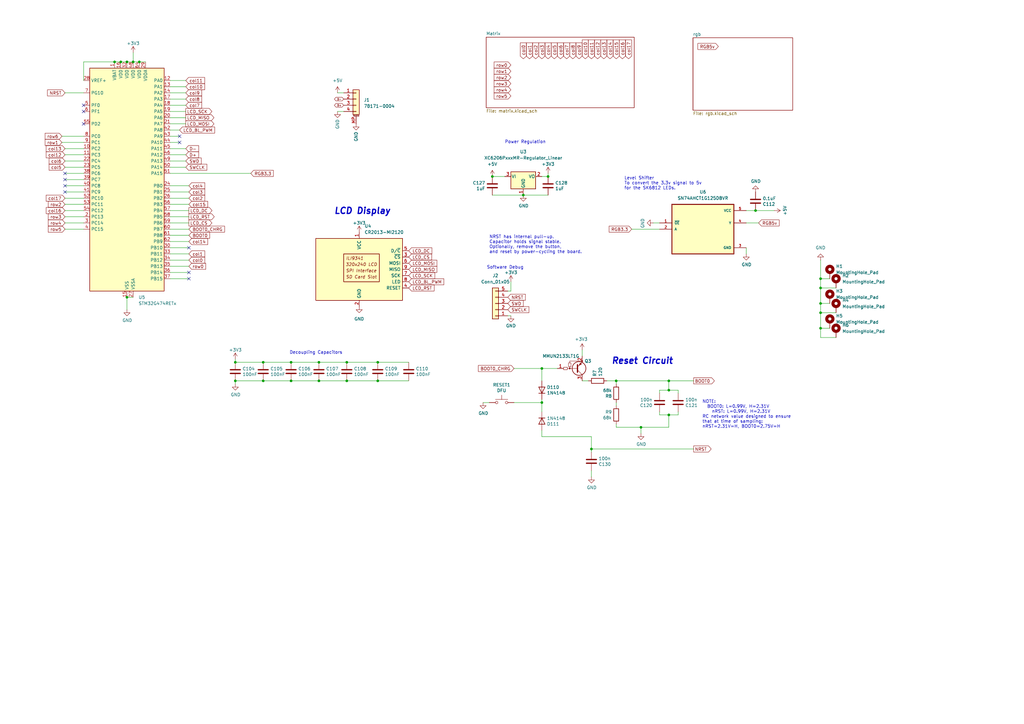
<source format=kicad_sch>
(kicad_sch (version 20250114) (generator "eeschema") (generator_version "9.0")
  (paper "A3")
  (lib_symbols
    (symbol "+5V_1" (power) (pin_names (offset 0))
      (property "Value" "+5V_1" (at 0 3.556 0))
      (symbol "+5V_1_0_1"
        (polyline (pts (xy -0.762 1.27) (xy 0 2.54)))
        (polyline (pts (xy 0 2.54) (xy 0.762 1.27)))
        (polyline (pts (xy 0 0) (xy 0 2.54)))
      )
      (symbol "+5V_1_1_1"
        (pin power_in line (at 0 0 90) (length 0) (hide yes) (name "+5V") (number "1"))
      )
    )
    (symbol "Connector_Generic:Conn_01x05" (pin_names (offset 1.016) (hide yes))
      (property "Reference" "J" (at 0 7.62 0))
      (property "Value" "Conn_01x05" (at 0 -7.62 0))
      (symbol "Conn_01x05_1_1"
        (rectangle (start -1.27 6.35) (end 1.27 -6.35) (stroke (width 0.254)) (fill (type background)))
        (rectangle (start -1.27 5.207) (end 0 4.953) (stroke (width 0.1524)))
        (rectangle (start -1.27 2.667) (end 0 2.413) (stroke (width 0.1524)))
        (rectangle (start -1.27 0.127) (end 0 -0.127) (stroke (width 0.1524)))
        (rectangle (start -1.27 -2.413) (end 0 -2.667) (stroke (width 0.1524)))
        (rectangle (start -1.27 -4.953) (end 0 -5.207) (stroke (width 0.1524)))
        (pin passive line (at -5.08 5.08 0) (length 3.81) (name "Pin_1") (number "1"))
        (pin passive line (at -5.08 2.54 0) (length 3.81) (name "Pin_2") (number "2"))
        (pin passive line (at -5.08 0 0) (length 3.81) (name "Pin_3") (number "3"))
        (pin passive line (at -5.08 -2.54 0) (length 3.81) (name "Pin_4") (number "4"))
        (pin passive line (at -5.08 -5.08 0) (length 3.81) (name "Pin_5") (number "5"))
      )
    )
    (symbol "Connector_Generic_MountingPin:Conn_01x04_MountingPin" (pin_names (offset 1.016) (hide yes))
      (property "Reference" "J" (at 0 5.08 0))
      (property "Value" "Conn_01x04_MountingPin" (at 1.27 -7.62 0))
      (symbol "Conn_01x04_MountingPin_1_1"
        (rectangle (start -1.27 3.81) (end 1.27 -6.35) (stroke (width 0.254)) (fill (type background)))
        (rectangle (start -1.27 2.667) (end 0 2.413) (stroke (width 0.1524)))
        (rectangle (start -1.27 0.127) (end 0 -0.127) (stroke (width 0.1524)))
        (rectangle (start -1.27 -2.413) (end 0 -2.667) (stroke (width 0.1524)))
        (rectangle (start -1.27 -4.953) (end 0 -5.207) (stroke (width 0.1524)))
        (polyline (pts (xy -1.016 -7.112) (xy 1.016 -7.112)) (stroke (width 0.1524)))
        (text "Mounting" (at 0 -6.731 0) (effects (font (size 0.381 0.381))))
        (pin passive line (at -5.08 2.54 0) (length 3.81) (name "Pin_1") (number "1"))
        (pin passive line (at -5.08 0 0) (length 3.81) (name "Pin_2") (number "2"))
        (pin passive line (at -5.08 -2.54 0) (length 3.81) (name "Pin_3") (number "3"))
        (pin passive line (at -5.08 -5.08 0) (length 3.81) (name "Pin_4") (number "4"))
        (pin passive line (at 0 -10.16 90) (length 3.048) (name "MountPin") (number "MP"))
      )
    )
    (symbol "Device:C" (pin_numbers (hide yes)) (pin_names (offset 0.254))
      (property "Reference" "C" (at 0.635 2.54 0))
      (property "Value" "C" (at 0.635 -2.54 0))
      (symbol "C_0_1"
        (polyline (pts (xy -2.032 0.762) (xy 2.032 0.762)) (stroke (width 0.508)))
        (polyline (pts (xy -2.032 -0.762) (xy 2.032 -0.762)) (stroke (width 0.508)))
      )
      (symbol "C_1_1"
        (pin passive line (at 0 3.81 270) (length 2.794) (name "~") (number "1"))
        (pin passive line (at 0 -3.81 90) (length 2.794) (name "~") (number "2"))
      )
    )
    (symbol "Device:D" (pin_numbers (hide yes)) (pin_names (offset 1.016) (hide yes))
      (property "Reference" "D" (at 0 2.54 0))
      (property "Value" "D" (at 0 -2.54 0))
      (symbol "D_0_1"
        (polyline (pts (xy -1.27 1.27) (xy -1.27 -1.27)) (stroke (width 0.254)))
        (polyline (pts (xy 1.27 1.27) (xy 1.27 -1.27) (xy -1.27 0) (xy 1.27 1.27)) (stroke (width 0.254)))
        (polyline (pts (xy 1.27 0) (xy -1.27 0)))
      )
      (symbol "D_1_1"
        (pin passive line (at -3.81 0 0) (length 2.54) (name "K") (number "1"))
        (pin passive line (at 3.81 0 180) (length 2.54) (name "A") (number "2"))
      )
    )
    (symbol "Device:Q_PNP_BEC_BRT" (pin_names (hide yes))
      (property "Reference" "Q" (at 3.81 1.27 0))
      (property "Value" "Q_PNP_BEC_BRT" (at 3.81 -1.27 0))
      (symbol "Q_PNP_BEC_BRT_0_1"
        (rectangle (start -6.35 0.508) (end -4.826 -0.508))
        (rectangle (start -4.318 -2.286) (end -3.302 -0.762))
        (circle (center -3.81 0) (radius 0.254) (fill (type outline)))
        (polyline (pts (xy -3.81 -0.762) (xy -3.81 0)))
        (polyline (pts (xy -3.81 -2.286) (xy -3.81 -3.048) (xy 1.27 -3.048)))
        (polyline (pts (xy -0.762 0) (xy -4.826 0)))
        (polyline (pts (xy -0.635 1.524) (xy -0.635 -1.524)) (stroke (width 0.508)))
        (polyline (pts (xy 1.016 -1.778) (xy 0.508 -2.286) (xy 0 -1.27) (xy 1.016 -1.778) (xy 1.016 -1.778)) (fill (type outline)))
        (circle (center 1.27 -3.048) (radius 0.254) (fill (type outline)))
      )
      (symbol "Q_PNP_BEC_BRT_1_1"
        (polyline (pts (xy -0.635 0.635) (xy 1.27 2.54)))
        (polyline (pts (xy -0.635 -0.635) (xy 1.27 -2.54) (xy 1.27 -2.54)))
        (circle (center 0 0) (radius 2.8194) (stroke (width 0.254)))
        (pin input line (at -8.89 0 0) (length 2.54) (name "B") (number "1"))
        (pin passive line (at 1.27 5.08 270) (length 2.54) (name "C") (number "3"))
        (pin passive line (at 1.27 -5.08 90) (length 2.54) (name "E") (number "2"))
      )
    )
    (symbol "Device:R" (pin_numbers (hide yes)) (pin_names (offset 0))
      (property "Reference" "R" (at 2.032 0 90))
      (property "Value" "R" (at 0 0 90))
      (symbol "R_0_1"
        (rectangle (start -1.016 -2.54) (end 1.016 2.54) (stroke (width 0.254)))
      )
      (symbol "R_1_1"
        (pin passive line (at 0 3.81 270) (length 1.27) (name "~") (number "1"))
        (pin passive line (at 0 -3.81 90) (length 1.27) (name "~") (number "2"))
      )
    )
    (symbol "Djinn-rescue:+3V3-power" (power) (pin_names (offset 0))
      (property "Value" "power_+3V3" (at 0 3.556 0))
      (symbol "+3V3-power_0_1"
        (polyline (pts (xy -0.762 1.27) (xy 0 2.54)))
        (polyline (pts (xy 0 2.54) (xy 0.762 1.27)))
        (polyline (pts (xy 0 0) (xy 0 2.54)))
      )
      (symbol "+3V3-power_1_1"
        (pin power_in line (at 0 0 90) (length 0) (hide yes) (name "+3V3") (number "1"))
      )
    )
    (symbol "Djinn-rescue:GND-power" (power) (pin_names (offset 0))
      (property "Value" "power_GND" (at 0 -3.81 0))
      (symbol "GND-power_0_1"
        (polyline (pts (xy 0 0) (xy 0 -1.27) (xy 1.27 -1.27) (xy 0 -2.54) (xy -1.27 -1.27) (xy 0 -1.27)))
      )
      (symbol "GND-power_1_1"
        (pin power_in line (at 0 0 270) (length 0) (hide yes) (name "GND") (number "1"))
      )
    )
    (symbol "Driver_Display:CR2013-MI2120" (pin_names (offset 0.762))
      (property "Reference" "U4" (at 2.1941 17.78 0))
      (property "Value" "CR2013-MI2120" (at 2.1941 15.24 0))
      (symbol "CR2013-MI2120_0_0"
        (text "ILI9341" (at -5.461 4.572 0) (effects (font (size 1.27 1.27) (italic yes)) (justify left)))
        (text "SPI Interface" (at -5.461 -0.508 0) (effects (font (size 1.27 1.27) (italic yes)) (justify left)))
        (text "SD Card Slot" (at -5.461 -3.048 0) (effects (font (size 1.27 1.27) (italic yes)) (justify left)))
        (text "320x240 LCD" (at 0.889 2.032 0) (effects (font (size 1.27 1.27) (italic yes))))
      )
      (symbol "CR2013-MI2120_0_1"
        (rectangle (start -17.78 12.7) (end 17.78 -12.7) (stroke (width 0.254)) (fill (type background)))
        (rectangle (start -6.35 6.35) (end 8.255 -5.08) (stroke (width 0.254)))
      )
      (symbol "CR2013-MI2120_1_1"
        (pin power_in line (at 0 15.24 270) (length 2.54) (name "VCC") (number "1"))
        (pin power_in line (at 0 -15.24 90) (length 2.54) (name "GND") (number "2"))
        (pin input line (at 20.32 7.62 180) (length 2.54) (name "D/~{C}") (number "5"))
        (pin input line (at 20.32 5.08 180) (length 2.54) (name "~{CS}") (number "3"))
        (pin input line (at 20.32 2.54 180) (length 2.54) (name "MOSI") (number "6"))
        (pin output line (at 20.32 0 180) (length 2.54) (name "MISO") (number "9"))
        (pin input line (at 20.32 -2.54 180) (length 2.54) (name "SCK") (number "7"))
        (pin input line (at 20.32 -5.08 180) (length 2.54) (name "LED") (number "8"))
        (pin input line (at 20.32 -7.62 180) (length 2.54) (name "RESET") (number "4"))
      )
    )
    (symbol "GND_1" (power) (pin_numbers (hide yes)) (pin_names (offset 0) (hide yes))
      (property "Value" "GND" (at 0 -3.81 0))
      (symbol "GND_1_0_1"
        (polyline (pts (xy 0 0) (xy 0 -1.27) (xy 1.27 -1.27) (xy 0 -2.54) (xy -1.27 -1.27) (xy 0 -1.27)))
      )
      (symbol "GND_1_1_1"
        (pin power_in line (at 0 0 270) (length 0) (name "~") (number "1"))
      )
    )
    (symbol "MCU_ST_STM32G4:STM32G474RETx"
      (property "Reference" "U" (at -15.24 46.99 0))
      (property "Value" "STM32G474RETx" (at 10.16 46.99 0))
      (symbol "STM32G474RETx_0_1"
        (rectangle (start -15.24 -45.72) (end 15.24 45.72) (stroke (width 0.254)) (fill (type background)))
      )
      (symbol "STM32G474RETx_1_1"
        (pin input line (at -17.78 40.64 0) (length 2.54) (name "VREF+") (number "28"))
        (pin bidirectional line (at -17.78 35.56 0) (length 2.54) (name "PG10") (number "7"))
        (pin bidirectional line (at -17.78 30.48 0) (length 2.54) (name "PF0") (number "5"))
        (pin bidirectional line (at -17.78 27.94 0) (length 2.54) (name "PF1") (number "6"))
        (pin bidirectional line (at -17.78 22.86 0) (length 2.54) (name "PD2") (number "55"))
        (pin bidirectional line (at -17.78 17.78 0) (length 2.54) (name "PC0") (number "8"))
        (pin bidirectional line (at -17.78 15.24 0) (length 2.54) (name "PC1") (number "9"))
        (pin bidirectional line (at -17.78 12.7 0) (length 2.54) (name "PC2") (number "10"))
        (pin bidirectional line (at -17.78 10.16 0) (length 2.54) (name "PC3") (number "11"))
        (pin bidirectional line (at -17.78 7.62 0) (length 2.54) (name "PC4") (number "22"))
        (pin bidirectional line (at -17.78 5.08 0) (length 2.54) (name "PC5") (number "23"))
        (pin bidirectional line (at -17.78 2.54 0) (length 2.54) (name "PC6") (number "38"))
        (pin bidirectional line (at -17.78 0 0) (length 2.54) (name "PC7") (number "39"))
        (pin bidirectional line (at -17.78 -2.54 0) (length 2.54) (name "PC8") (number "40"))
        (pin bidirectional line (at -17.78 -5.08 0) (length 2.54) (name "PC9") (number "41"))
        (pin bidirectional line (at -17.78 -7.62 0) (length 2.54) (name "PC10") (number "52"))
        (pin bidirectional line (at -17.78 -10.16 0) (length 2.54) (name "PC11") (number "53"))
        (pin bidirectional line (at -17.78 -12.7 0) (length 2.54) (name "PC12") (number "54"))
        (pin bidirectional line (at -17.78 -15.24 0) (length 2.54) (name "PC13") (number "2"))
        (pin bidirectional line (at -17.78 -17.78 0) (length 2.54) (name "PC14") (number "3"))
        (pin bidirectional line (at -17.78 -20.32 0) (length 2.54) (name "PC15") (number "4"))
        (pin power_in line (at -5.08 48.26 270) (length 2.54) (name "VBAT") (number "1"))
        (pin power_in line (at -2.54 48.26 270) (length 2.54) (name "VDD") (number "16"))
        (pin power_in line (at 0 48.26 270) (length 2.54) (name "VDD") (number "32"))
        (pin power_in line (at 0 -48.26 90) (length 2.54) (name "VSS") (number "15"))
        (pin passive line (at 0 -48.26 90) (length 2.54) (hide yes) (name "VSS") (number "31"))
        (pin passive line (at 0 -48.26 90) (length 2.54) (hide yes) (name "VSS") (number "47"))
        (pin passive line (at 0 -48.26 90) (length 2.54) (hide yes) (name "VSS") (number "63"))
        (pin power_in line (at 2.54 48.26 270) (length 2.54) (name "VDD") (number "48"))
        (pin power_in line (at 2.54 -48.26 90) (length 2.54) (name "VSSA") (number "27"))
        (pin power_in line (at 5.08 48.26 270) (length 2.54) (name "VDD") (number "64"))
        (pin power_in line (at 7.62 48.26 270) (length 2.54) (name "VDDA") (number "29"))
        (pin bidirectional line (at 17.78 40.64 180) (length 2.54) (name "PA0") (number "12"))
        (pin bidirectional line (at 17.78 38.1 180) (length 2.54) (name "PA1") (number "13"))
        (pin bidirectional line (at 17.78 35.56 180) (length 2.54) (name "PA2") (number "14"))
        (pin bidirectional line (at 17.78 33.02 180) (length 2.54) (name "PA3") (number "17"))
        (pin bidirectional line (at 17.78 30.48 180) (length 2.54) (name "PA4") (number "18"))
        (pin bidirectional line (at 17.78 27.94 180) (length 2.54) (name "PA5") (number "19"))
        (pin bidirectional line (at 17.78 25.4 180) (length 2.54) (name "PA6") (number "20"))
        (pin bidirectional line (at 17.78 22.86 180) (length 2.54) (name "PA7") (number "21"))
        (pin bidirectional line (at 17.78 20.32 180) (length 2.54) (name "PA8") (number "42"))
        (pin bidirectional line (at 17.78 17.78 180) (length 2.54) (name "PA9") (number "43"))
        (pin bidirectional line (at 17.78 15.24 180) (length 2.54) (name "PA10") (number "44"))
        (pin bidirectional line (at 17.78 12.7 180) (length 2.54) (name "PA11") (number "45"))
        (pin bidirectional line (at 17.78 10.16 180) (length 2.54) (name "PA12") (number "46"))
        (pin bidirectional line (at 17.78 7.62 180) (length 2.54) (name "PA13") (number "49"))
        (pin bidirectional line (at 17.78 5.08 180) (length 2.54) (name "PA14") (number "50"))
        (pin bidirectional line (at 17.78 2.54 180) (length 2.54) (name "PA15") (number "51"))
        (pin bidirectional line (at 17.78 -2.54 180) (length 2.54) (name "PB0") (number "24"))
        (pin bidirectional line (at 17.78 -5.08 180) (length 2.54) (name "PB1") (number "25"))
        (pin bidirectional line (at 17.78 -7.62 180) (length 2.54) (name "PB2") (number "26"))
        (pin bidirectional line (at 17.78 -10.16 180) (length 2.54) (name "PB3") (number "56"))
        (pin bidirectional line (at 17.78 -12.7 180) (length 2.54) (name "PB4") (number "57"))
        (pin bidirectional line (at 17.78 -15.24 180) (length 2.54) (name "PB5") (number "58"))
        (pin bidirectional line (at 17.78 -17.78 180) (length 2.54) (name "PB6") (number "59"))
        (pin bidirectional line (at 17.78 -20.32 180) (length 2.54) (name "PB7") (number "60"))
        (pin bidirectional line (at 17.78 -22.86 180) (length 2.54) (name "PB8") (number "61"))
        (pin bidirectional line (at 17.78 -25.4 180) (length 2.54) (name "PB9") (number "62"))
        (pin bidirectional line (at 17.78 -27.94 180) (length 2.54) (name "PB10") (number "30"))
        (pin bidirectional line (at 17.78 -30.48 180) (length 2.54) (name "PB11") (number "33"))
        (pin bidirectional line (at 17.78 -33.02 180) (length 2.54) (name "PB12") (number "34"))
        (pin bidirectional line (at 17.78 -35.56 180) (length 2.54) (name "PB13") (number "35"))
        (pin bidirectional line (at 17.78 -38.1 180) (length 2.54) (name "PB14") (number "36"))
        (pin bidirectional line (at 17.78 -40.64 180) (length 2.54) (name "PB15") (number "37"))
      )
    )
    (symbol "Mechanical:MountingHole_Pad" (pin_numbers (hide yes)) (pin_names (offset 1.016) (hide yes)) (exclude_from_sim yes) (in_bom no)
      (property "Reference" "H" (at 0 6.35 0))
      (property "Value" "MountingHole_Pad" (at 0 4.445 0))
      (symbol "MountingHole_Pad_0_1"
        (circle (center 0 1.27) (radius 1.27) (stroke (width 1.27)))
      )
      (symbol "MountingHole_Pad_1_1"
        (pin input line (at 0 -2.54 90) (length 2.54) (name "1") (number "1"))
      )
    )
    (symbol "SN74AHCT1G125DBVR:SN74AHCT1G125DBVR" (pin_names (offset 1.016))
      (property "Reference" "U" (at -12.7 11.16 0))
      (property "Value" "SN74AHCT1G125DBVR" (at -12.7 -14.16 0))
      (symbol "SN74AHCT1G125DBVR_0_0"
        (rectangle (start -12.7 -10.16) (end 12.7 10.16) (stroke (width 0.41)) (fill (type background)))
        (pin input line (at -17.78 2.54 0) (length 5.08) (name "~{OE}") (number "1"))
        (pin input line (at -17.78 0 0) (length 5.08) (name "A") (number "2"))
        (pin power_in line (at 17.78 7.62 180) (length 5.08) (name "VCC") (number "5"))
        (pin output line (at 17.78 2.54 180) (length 5.08) (name "Y") (number "4"))
        (pin power_in line (at 17.78 -7.62 180) (length 5.08) (name "GND") (number "3"))
      )
    )
    (symbol "Switch:SW_Push" (pin_numbers (hide yes)) (pin_names (offset 1.016) (hide yes))
      (property "Reference" "SW" (at 1.27 2.54 0))
      (property "Value" "SW_Push" (at 0 -1.524 0))
      (symbol "SW_Push_0_1"
        (circle (center -2.032 0) (radius 0.508))
        (polyline (pts (xy 0 1.27) (xy 0 3.048)))
        (circle (center 2.032 0) (radius 0.508))
        (polyline (pts (xy 2.54 1.27) (xy -2.54 1.27)))
        (pin passive line (at -5.08 0 0) (length 2.54) (name "1") (number "1"))
        (pin passive line (at 5.08 0 180) (length 2.54) (name "2") (number "2"))
      )
    )
    (symbol "kicad-keyboard-parts:XC6206PxxxMR-Regulator_Linear" (pin_names (offset 0.254))
      (property "Reference" "U" (at -3.81 3.175 0))
      (property "Value" "XC6206PxxxMR-Regulator_Linear" (at 0 3.175 0))
      (property "LCSC" "C5446" (at 0 0 0))
      (symbol "XC6206PxxxMR-Regulator_Linear_0_1"
        (rectangle (start -5.08 1.905) (end 5.08 -5.08) (stroke (width 0.254)) (fill (type background)))
      )
      (symbol "XC6206PxxxMR-Regulator_Linear_1_1"
        (pin power_in line (at -7.62 0 0) (length 2.54) (name "VI") (number "3"))
        (pin power_in line (at 0 -7.62 90) (length 2.54) (name "GND") (number "1"))
        (pin power_out line (at 7.62 0 180) (length 2.54) (name "VO") (number "2"))
      )
    )
    (symbol "power:+3V3" (power) (pin_names (offset 0))
      (property "Value" "+3V3" (at 0 3.556 0))
      (symbol "+3V3_0_1"
        (polyline (pts (xy -0.762 1.27) (xy 0 2.54)))
        (polyline (pts (xy 0 2.54) (xy 0.762 1.27)))
        (polyline (pts (xy 0 0) (xy 0 2.54)))
      )
      (symbol "+3V3_1_1"
        (pin power_in line (at 0 0 90) (length 0) (hide yes) (name "+3V3") (number "1"))
      )
    )
    (symbol "power:+5V" (power) (pin_names (offset 0))
      (property "Value" "+5V" (at 0 3.556 0))
      (symbol "+5V_0_1"
        (polyline (pts (xy -0.762 1.27) (xy 0 2.54)))
        (polyline (pts (xy 0 2.54) (xy 0.762 1.27)))
        (polyline (pts (xy 0 0) (xy 0 2.54)))
      )
      (symbol "+5V_1_1"
        (pin power_in line (at 0 0 90) (length 0) (hide yes) (name "+5V") (number "1"))
      )
    )
    (symbol "power:GND" (power) (pin_names (offset 0))
      (property "Value" "GND" (at 0 -3.81 0))
      (symbol "GND_0_1"
        (polyline (pts (xy 0 0) (xy 0 -1.27) (xy 1.27 -1.27) (xy 0 -2.54) (xy -1.27 -1.27) (xy 0 -1.27)))
      )
      (symbol "GND_1_1"
        (pin power_in line (at 0 0 270) (length 0) (hide yes) (name "GND") (number "1"))
      )
    )
  )
  (text "Decoupling Capacitors" (at 118.745 145.415 0) (effects (font (size 1.27 1.27)) (justify left bottom)))
  (text "NOTE:\n  BOOT0: L=0.99V, H=2.31V\n    nRST: L=0.99V, H=2.31V\nRC network value designed to ensure\nthat at time of sampling:\nnRST=2.31V=H, BOOT0=2.75V=H" (at 288.036 175.768 0) (effects (font (size 1.27 1.27)) (justify left bottom)))
  (text "Power Regulation" (at 207.01 59.055 0) (effects (font (size 1.27 1.27)) (justify left bottom)))
  (text "Reset Circuit" (at 250.698 149.606 0) (effects (font (size 2.54 2.54) (thickness 0.508) (bold yes) (italic yes)) (justify left bottom)))
  (text "Software Debug" (at 199.644 110.49 0) (effects (font (size 1.27 1.27)) (justify left bottom)))
  (text "NRST has internal pull-up.\nCapacitor holds signal stable.\nOptionally, remove the button,\nand reset by power-cycling the board." (at 200.66 104.14 0) (effects (font (size 1.27 1.27)) (justify left bottom)))
  (text "Level Shifter\nTo convert the 3.3v signal to 5v\nfor the SK6812 LEDs." (at 256.032 77.978 0) (effects (font (size 1.27 1.27)) (justify left bottom)))
  (text "LCD Display" (at 136.906 88.138 0) (effects (font (size 2.54 2.54) (thickness 0.508) (bold yes) (italic yes)) (justify left bottom)))
  (junction (at 262.89 175.26))
  (junction (at 96.52 148.59))
  (junction (at 57.15 25.4))
  (junction (at 336.55 128.27))
  (junction (at 336.55 118.11))
  (junction (at 242.57 184.15))
  (junction (at 336.55 114.3))
  (junction (at 130.81 148.59))
  (junction (at 154.94 148.59))
  (junction (at 107.95 148.59))
  (junction (at 222.25 151.13))
  (junction (at 274.32 170.18))
  (junction (at 154.94 156.21))
  (junction (at 54.61 25.4))
  (junction (at 52.07 121.92))
  (junction (at 107.95 156.21))
  (junction (at 336.55 134.62))
  (junction (at 142.24 156.21))
  (junction (at 222.25 165.1))
  (junction (at 142.24 148.59))
  (junction (at 119.38 148.59))
  (junction (at 274.32 160.02))
  (junction (at 214.63 80.01) (diameter 0.9144))
  (junction (at 119.38 156.21))
  (junction (at 49.53 25.4))
  (junction (at 46.99 25.4))
  (junction (at 130.81 156.21))
  (junction (at 309.88 86.36))
  (junction (at 96.52 156.21))
  (junction (at 336.55 124.46))
  (junction (at 224.79 72.39))
  (junction (at 252.73 156.21))
  (junction (at 274.32 156.21))
  (junction (at 201.93 72.39))
  (junction (at 52.07 25.4))
  (no_connect (at 73.66 55.88))
  (no_connect (at 34.29 43.18))
  (no_connect (at 77.47 111.76))
  (no_connect (at 26.67 73.66))
  (no_connect (at 26.67 78.74))
  (no_connect (at 26.67 71.12))
  (no_connect (at 77.47 101.6))
  (no_connect (at 26.67 76.2))
  (no_connect (at 77.47 114.3))
  (no_connect (at 34.29 50.8))
  (no_connect (at 34.29 45.72))
  (no_connect (at 73.66 58.42))
  (wire (pts (xy 270.51 161.29) (xy 270.51 160.02)))
  (wire (pts (xy 222.25 163.83) (xy 222.25 165.1)))
  (wire (pts (xy 69.85 38.1) (xy 76.2 38.1)))
  (wire (pts (xy 52.07 121.92) (xy 54.61 121.92)))
  (wire (pts (xy 96.52 147.32) (xy 96.52 148.59)))
  (wire (pts (xy 119.38 148.59) (xy 107.95 148.59)))
  (wire (pts (xy 336.55 134.62) (xy 340.36 134.62)))
  (wire (pts (xy 262.89 175.26) (xy 274.32 175.26)))
  (wire (pts (xy 336.55 124.46) (xy 336.55 118.11)))
  (wire (pts (xy 52.07 127) (xy 52.07 121.92)))
  (wire (pts (xy 222.25 179.07) (xy 242.57 179.07)))
  (wire (pts (xy 336.55 138.43) (xy 342.9 138.43)))
  (wire (pts (xy 69.85 106.68) (xy 77.47 106.68)))
  (wire (pts (xy 107.95 148.59) (xy 96.52 148.59)))
  (wire (pts (xy 119.38 156.21) (xy 130.81 156.21)))
  (wire (pts (xy 138.43 38.1) (xy 140.97 38.1)))
  (wire (pts (xy 209.55 115.57) (xy 209.55 119.38)))
  (wire (pts (xy 26.67 63.5) (xy 34.29 63.5)))
  (wire (pts (xy 270.51 170.18) (xy 270.51 168.91)))
  (wire (pts (xy 96.52 157.48) (xy 96.52 156.21)))
  (wire (pts (xy 26.67 91.44) (xy 34.29 91.44)))
  (wire (pts (xy 26.67 93.98) (xy 34.29 93.98)))
  (wire (pts (xy 69.85 71.12) (xy 102.87 71.12)))
  (wire (pts (xy 259.08 93.98) (xy 270.51 93.98)))
  (wire (pts (xy 270.51 170.18) (xy 274.32 170.18)))
  (wire (pts (xy 252.73 175.26) (xy 262.89 175.26)))
  (wire (pts (xy 26.67 83.82) (xy 34.29 83.82)))
  (wire (pts (xy 69.85 53.34) (xy 73.66 53.34)))
  (wire (pts (xy 69.85 60.96) (xy 76.2 60.96)))
  (wire (pts (xy 154.94 148.59) (xy 167.64 148.59)))
  (wire (pts (xy 242.57 184.15) (xy 284.48 184.15)))
  (wire (pts (xy 49.53 25.4) (xy 52.07 25.4)))
  (wire (pts (xy 69.85 48.26) (xy 76.2 48.26)))
  (wire (pts (xy 214.63 80.01) (xy 224.79 80.01)))
  (wire (pts (xy 69.85 109.22) (xy 77.47 109.22)))
  (wire (pts (xy 262.89 177.8) (xy 262.89 175.26)))
  (wire (pts (xy 210.82 151.13) (xy 222.25 151.13)))
  (wire (pts (xy 224.79 71.12) (xy 224.79 72.39)))
  (wire (pts (xy 69.85 63.5) (xy 76.2 63.5)))
  (wire (pts (xy 25.4 55.88) (xy 34.29 55.88)))
  (wire (pts (xy 69.85 83.82) (xy 77.47 83.82)))
  (wire (pts (xy 274.32 160.02) (xy 278.13 160.02)))
  (wire (pts (xy 34.29 33.02) (xy 34.29 25.4)))
  (wire (pts (xy 130.81 148.59) (xy 142.24 148.59)))
  (wire (pts (xy 69.85 76.2) (xy 77.47 76.2)))
  (wire (pts (xy 69.85 35.56) (xy 76.2 35.56)))
  (wire (pts (xy 209.55 119.38) (xy 208.28 119.38)))
  (wire (pts (xy 222.25 165.1) (xy 222.25 168.91)))
  (wire (pts (xy 69.85 78.74) (xy 77.47 78.74)))
  (wire (pts (xy 278.13 170.18) (xy 278.13 168.91)))
  (wire (pts (xy 241.3 156.21) (xy 238.76 156.21)))
  (wire (pts (xy 274.32 160.02) (xy 274.32 156.21)))
  (wire (pts (xy 336.55 124.46) (xy 340.36 124.46)))
  (wire (pts (xy 274.32 156.21) (xy 284.48 156.21)))
  (wire (pts (xy 252.73 165.1) (xy 252.73 166.37)))
  (wire (pts (xy 317.5 86.36) (xy 309.88 86.36)))
  (wire (pts (xy 26.67 76.2) (xy 34.29 76.2)))
  (wire (pts (xy 26.67 68.58) (xy 34.29 68.58)))
  (wire (pts (xy 54.61 21.59) (xy 54.61 25.4)))
  (wire (pts (xy 222.25 176.53) (xy 222.25 179.07)))
  (wire (pts (xy 69.85 43.18) (xy 76.2 43.18)))
  (wire (pts (xy 248.92 156.21) (xy 252.73 156.21)))
  (wire (pts (xy 201.93 72.39) (xy 207.01 72.39)))
  (wire (pts (xy 69.85 68.58) (xy 76.2 68.58)))
  (wire (pts (xy 222.25 72.39) (xy 224.79 72.39)))
  (wire (pts (xy 119.38 156.21) (xy 107.95 156.21)))
  (wire (pts (xy 69.85 88.9) (xy 77.47 88.9)))
  (wire (pts (xy 336.55 118.11) (xy 336.55 114.3)))
  (wire (pts (xy 25.4 58.42) (xy 34.29 58.42)))
  (wire (pts (xy 26.67 86.36) (xy 34.29 86.36)))
  (wire (pts (xy 270.51 160.02) (xy 274.32 160.02)))
  (wire (pts (xy 26.67 38.1) (xy 34.29 38.1)))
  (wire (pts (xy 69.85 114.3) (xy 77.47 114.3)))
  (wire (pts (xy 26.67 81.28) (xy 34.29 81.28)))
  (wire (pts (xy 138.43 45.72) (xy 140.97 45.72)))
  (wire (pts (xy 107.95 156.21) (xy 96.52 156.21)))
  (wire (pts (xy 306.07 91.44) (xy 311.15 91.44)))
  (wire (pts (xy 52.07 25.4) (xy 54.61 25.4)))
  (wire (pts (xy 26.67 66.04) (xy 34.29 66.04)))
  (wire (pts (xy 57.15 25.4) (xy 59.69 25.4)))
  (wire (pts (xy 208.28 129.54) (xy 209.55 129.54)))
  (wire (pts (xy 336.55 114.3) (xy 340.36 114.3)))
  (wire (pts (xy 26.67 71.12) (xy 34.29 71.12)))
  (wire (pts (xy 242.57 179.07) (xy 242.57 184.15)))
  (wire (pts (xy 222.25 156.21) (xy 222.25 151.13)))
  (wire (pts (xy 278.13 160.02) (xy 278.13 161.29)))
  (wire (pts (xy 252.73 173.99) (xy 252.73 175.26)))
  (wire (pts (xy 119.38 148.59) (xy 130.81 148.59)))
  (wire (pts (xy 336.55 138.43) (xy 336.55 134.62)))
  (wire (pts (xy 142.24 156.21) (xy 154.94 156.21)))
  (wire (pts (xy 336.55 128.27) (xy 342.9 128.27)))
  (wire (pts (xy 306.07 104.14) (xy 306.07 101.6)))
  (wire (pts (xy 242.57 184.15) (xy 242.57 185.42)))
  (wire (pts (xy 26.67 60.96) (xy 34.29 60.96)))
  (wire (pts (xy 214.63 80.01) (xy 201.93 80.01)))
  (wire (pts (xy 309.88 86.36) (xy 306.07 86.36)))
  (wire (pts (xy 142.24 148.59) (xy 154.94 148.59)))
  (wire (pts (xy 73.66 58.42) (xy 69.85 58.42)))
  (wire (pts (xy 336.55 128.27) (xy 336.55 124.46)))
  (wire (pts (xy 69.85 111.76) (xy 77.47 111.76)))
  (wire (pts (xy 336.55 106.68) (xy 336.55 114.3)))
  (wire (pts (xy 46.99 25.4) (xy 49.53 25.4)))
  (wire (pts (xy 336.55 134.62) (xy 336.55 128.27)))
  (wire (pts (xy 336.55 118.11) (xy 342.9 118.11)))
  (wire (pts (xy 238.76 143.51) (xy 238.76 146.05)))
  (wire (pts (xy 69.85 104.14) (xy 77.47 104.14)))
  (wire (pts (xy 274.32 170.18) (xy 278.13 170.18)))
  (wire (pts (xy 73.66 55.88) (xy 69.85 55.88)))
  (wire (pts (xy 26.67 73.66) (xy 34.29 73.66)))
  (wire (pts (xy 69.85 81.28) (xy 77.47 81.28)))
  (wire (pts (xy 69.85 50.8) (xy 76.2 50.8)))
  (wire (pts (xy 210.82 165.1) (xy 222.25 165.1)))
  (wire (pts (xy 267.97 91.44) (xy 270.51 91.44)))
  (wire (pts (xy 69.85 45.72) (xy 76.2 45.72)))
  (wire (pts (xy 26.67 88.9) (xy 34.29 88.9)))
  (wire (pts (xy 69.85 91.44) (xy 77.47 91.44)))
  (wire (pts (xy 69.85 40.64) (xy 76.2 40.64)))
  (wire (pts (xy 69.85 93.98) (xy 77.47 93.98)))
  (wire (pts (xy 252.73 156.21) (xy 274.32 156.21)))
  (wire (pts (xy 69.85 96.52) (xy 77.47 96.52)))
  (wire (pts (xy 69.85 86.36) (xy 77.47 86.36)))
  (wire (pts (xy 130.81 156.21) (xy 142.24 156.21)))
  (wire (pts (xy 34.29 25.4) (xy 46.99 25.4)))
  (wire (pts (xy 252.73 157.48) (xy 252.73 156.21)))
  (wire (pts (xy 242.57 193.04) (xy 242.57 195.58)))
  (wire (pts (xy 200.66 165.1) (xy 198.12 165.1)))
  (wire (pts (xy 69.85 33.02) (xy 76.2 33.02)))
  (wire (pts (xy 54.61 25.4) (xy 57.15 25.4)))
  (wire (pts (xy 154.94 156.21) (xy 167.64 156.21)))
  (wire (pts (xy 26.67 78.74) (xy 34.29 78.74)))
  (wire (pts (xy 69.85 99.06) (xy 77.47 99.06)))
  (wire (pts (xy 274.32 170.18) (xy 274.32 175.26)))
  (wire (pts (xy 69.85 66.04) (xy 76.2 66.04)))
  (wire (pts (xy 69.85 101.6) (xy 77.47 101.6)))
  (wire (pts (xy 222.25 151.13) (xy 228.6 151.13)))
  (global_label "col8" (shape input) (at 76.2 40.64 0) (property "Intersheetrefs" "${INTERSHEET_REFS}" (effects (hide yes))))
  (global_label "BOOT0" (shape output) (at 284.48 156.21 0) (property "Intersheetrefs" "${INTERSHEET_REFS}" (effects (hide yes))))
  (global_label "LCD_MISO" (shape input) (at 167.64 110.49 0) (property "Intersheetrefs" "${INTERSHEET_REFS}" (effects (hide yes))))
  (global_label "RGB3.3" (shape input) (at 102.87 71.12 0) (property "Intersheetrefs" "${INTERSHEET_REFS}" (effects (hide yes))))
  (global_label "SWCLK" (shape input) (at 76.2 68.58 0) (property "Intersheetrefs" "${INTERSHEET_REFS}" (effects (hide yes))))
  (global_label "LCD_RST" (shape output) (at 77.47 88.9 0) (property "Intersheetrefs" "${INTERSHEET_REFS}" (effects (hide yes))))
  (global_label "row1" (shape input) (at 209.55 29.21 180) (property "Intersheetrefs" "${INTERSHEET_REFS}" (effects (hide yes))))
  (global_label "LCD_BL_PWM" (shape input) (at 167.64 115.57 0) (property "Intersheetrefs" "${INTERSHEET_REFS}" (effects (hide yes))))
  (global_label "col0" (shape input) (at 77.47 106.68 0) (property "Intersheetrefs" "${INTERSHEET_REFS}" (effects (hide yes))))
  (global_label "BOOT0_CHRG" (shape input) (at 77.47 93.98 0) (property "Intersheetrefs" "${INTERSHEET_REFS}" (effects (hide yes))))
  (global_label "row2" (shape input) (at 209.55 31.75 180) (property "Intersheetrefs" "${INTERSHEET_REFS}" (effects (hide yes))))
  (global_label "col6" (shape input) (at 26.67 66.04 180) (property "Intersheetrefs" "${INTERSHEET_REFS}" (effects (hide yes))))
  (global_label "col10" (shape input) (at 240.03 24.13 90) (property "Intersheetrefs" "${INTERSHEET_REFS}" (effects (hide yes))))
  (global_label "col15" (shape input) (at 252.73 24.13 90) (property "Intersheetrefs" "${INTERSHEET_REFS}" (effects (hide yes))))
  (global_label "SWCLK" (shape input) (at 208.28 127 0) (property "Intersheetrefs" "${INTERSHEET_REFS}" (effects (hide yes))))
  (global_label "col15" (shape input) (at 77.47 83.82 0) (property "Intersheetrefs" "${INTERSHEET_REFS}" (effects (hide yes))))
  (global_label "col4" (shape input) (at 77.47 76.2 0) (property "Intersheetrefs" "${INTERSHEET_REFS}" (effects (hide yes))))
  (global_label "row3" (shape input) (at 26.67 88.9 180) (property "Intersheetrefs" "${INTERSHEET_REFS}" (effects (hide yes))))
  (global_label "LCD_MOSI" (shape output) (at 76.2 50.8 0) (property "Intersheetrefs" "${INTERSHEET_REFS}" (effects (hide yes))))
  (global_label "col2" (shape input) (at 77.47 81.28 0) (property "Intersheetrefs" "${INTERSHEET_REFS}" (effects (hide yes))))
  (global_label "D-" (shape bidirectional) (at 140.97 40.64 180) (effects (font (size 0.762 0.762))) (property "Intersheetrefs" "${INTERSHEET_REFS}" (effects (hide yes))))
  (global_label "LCD_CS" (shape input) (at 167.64 105.41 0) (property "Intersheetrefs" "${INTERSHEET_REFS}" (effects (hide yes))))
  (global_label "col11" (shape input) (at 76.2 33.02 0) (property "Intersheetrefs" "${INTERSHEET_REFS}" (effects (hide yes))))
  (global_label "col6" (shape input) (at 229.87 24.13 90) (property "Intersheetrefs" "${INTERSHEET_REFS}" (effects (hide yes))))
  (global_label "row0" (shape input) (at 77.47 109.22 0) (property "Intersheetrefs" "${INTERSHEET_REFS}" (effects (hide yes))))
  (global_label "col16" (shape input) (at 26.67 86.36 180) (property "Intersheetrefs" "${INTERSHEET_REFS}" (effects (hide yes))))
  (global_label "col12" (shape input) (at 245.11 24.13 90) (property "Intersheetrefs" "${INTERSHEET_REFS}" (effects (hide yes))))
  (global_label "LCD_BL_PWM" (shape input) (at 73.66 53.34 0) (property "Intersheetrefs" "${INTERSHEET_REFS}" (effects (hide yes))))
  (global_label "row1" (shape input) (at 25.4 58.42 180) (property "Intersheetrefs" "${INTERSHEET_REFS}" (effects (hide yes))))
  (global_label "col11" (shape input) (at 242.57 24.13 90) (property "Intersheetrefs" "${INTERSHEET_REFS}" (effects (hide yes))))
  (global_label "D-" (shape input) (at 76.2 60.96 0) (property "Intersheetrefs" "${INTERSHEET_REFS}" (effects (hide yes))))
  (global_label "RGB5v" (shape input) (at 311.15 91.44 0) (property "Intersheetrefs" "${INTERSHEET_REFS}" (effects (hide yes))))
  (global_label "col7" (shape input) (at 232.41 24.13 90) (property "Intersheetrefs" "${INTERSHEET_REFS}" (effects (hide yes))))
  (global_label "BOOT0_CHRG" (shape input) (at 210.82 151.13 180) (property "Intersheetrefs" "${INTERSHEET_REFS}" (effects (hide yes))))
  (global_label "col13" (shape input) (at 247.65 24.13 90) (property "Intersheetrefs" "${INTERSHEET_REFS}" (effects (hide yes))))
  (global_label "col17" (shape input) (at 257.81 24.13 90) (property "Intersheetrefs" "${INTERSHEET_REFS}" (effects (hide yes))))
  (global_label "col9" (shape input) (at 237.49 24.13 90) (property "Intersheetrefs" "${INTERSHEET_REFS}" (effects (hide yes))))
  (global_label "LCD_DC" (shape output) (at 77.47 86.36 0) (property "Intersheetrefs" "${INTERSHEET_REFS}" (effects (hide yes))))
  (global_label "col5" (shape input) (at 227.33 24.13 90) (property "Intersheetrefs" "${INTERSHEET_REFS}" (effects (hide yes))))
  (global_label "row4" (shape input) (at 209.55 36.83 180) (property "Intersheetrefs" "${INTERSHEET_REFS}" (effects (hide yes))))
  (global_label "col1" (shape input) (at 77.47 104.14 0) (property "Intersheetrefs" "${INTERSHEET_REFS}" (effects (hide yes))))
  (global_label "row5" (shape input) (at 26.67 93.98 180) (property "Intersheetrefs" "${INTERSHEET_REFS}" (effects (hide yes))))
  (global_label "SWD" (shape input) (at 208.28 124.46 0) (property "Intersheetrefs" "${INTERSHEET_REFS}" (effects (hide yes))))
  (global_label "RGB5v" (shape input) (at 294.64 19.05 180) (property "Intersheetrefs" "${INTERSHEET_REFS}" (effects (hide yes))))
  (global_label "NRST" (shape output) (at 284.48 184.15 0) (property "Intersheetrefs" "${INTERSHEET_REFS}" (effects (hide yes))))
  (global_label "RGB3.3" (shape input) (at 259.08 93.98 180) (property "Intersheetrefs" "${INTERSHEET_REFS}" (effects (hide yes))))
  (global_label "col5" (shape input) (at 26.67 68.58 180) (property "Intersheetrefs" "${INTERSHEET_REFS}" (effects (hide yes))))
  (global_label "col14" (shape input) (at 250.19 24.13 90) (property "Intersheetrefs" "${INTERSHEET_REFS}" (effects (hide yes))))
  (global_label "NRST" (shape input) (at 208.28 121.92 0) (property "Intersheetrefs" "${INTERSHEET_REFS}" (effects (hide yes))))
  (global_label "col8" (shape input) (at 234.95 24.13 90) (property "Intersheetrefs" "${INTERSHEET_REFS}" (effects (hide yes))))
  (global_label "col13" (shape input) (at 26.67 60.96 180) (property "Intersheetrefs" "${INTERSHEET_REFS}" (effects (hide yes))))
  (global_label "col2" (shape input) (at 219.71 24.13 90) (property "Intersheetrefs" "${INTERSHEET_REFS}" (effects (hide yes))))
  (global_label "row5" (shape input) (at 209.55 39.37 180) (property "Intersheetrefs" "${INTERSHEET_REFS}" (effects (hide yes))))
  (global_label "row3" (shape input) (at 209.55 34.29 180) (property "Intersheetrefs" "${INTERSHEET_REFS}" (effects (hide yes))))
  (global_label "NRST" (shape input) (at 26.67 38.1 180) (property "Intersheetrefs" "${INTERSHEET_REFS}" (effects (hide yes))))
  (global_label "D+" (shape bidirectional) (at 140.97 43.18 180) (effects (font (size 0.762 0.762))) (property "Intersheetrefs" "${INTERSHEET_REFS}" (effects (hide yes))))
  (global_label "LCD_MOSI" (shape input) (at 167.64 107.95 0) (property "Intersheetrefs" "${INTERSHEET_REFS}" (effects (hide yes))))
  (global_label "LCD_DC" (shape input) (at 167.64 102.87 0) (property "Intersheetrefs" "${INTERSHEET_REFS}" (effects (hide yes))))
  (global_label "col14" (shape input) (at 77.47 99.06 0) (property "Intersheetrefs" "${INTERSHEET_REFS}" (effects (hide yes))))
  (global_label "col3" (shape input) (at 222.25 24.13 90) (property "Intersheetrefs" "${INTERSHEET_REFS}" (effects (hide yes))))
  (global_label "col17" (shape input) (at 26.67 81.28 180) (property "Intersheetrefs" "${INTERSHEET_REFS}" (effects (hide yes))))
  (global_label "col12" (shape input) (at 26.67 63.5 180) (property "Intersheetrefs" "${INTERSHEET_REFS}" (effects (hide yes))))
  (global_label "row2" (shape input) (at 26.67 83.82 180) (property "Intersheetrefs" "${INTERSHEET_REFS}" (effects (hide yes))))
  (global_label "LCD_CS" (shape output) (at 77.47 91.44 0) (property "Intersheetrefs" "${INTERSHEET_REFS}" (effects (hide yes))))
  (global_label "col1" (shape input) (at 217.17 24.13 90) (property "Intersheetrefs" "${INTERSHEET_REFS}" (effects (hide yes))))
  (global_label "D+" (shape input) (at 76.2 63.5 0) (property "Intersheetrefs" "${INTERSHEET_REFS}" (effects (hide yes))))
  (global_label "col4" (shape input) (at 224.79 24.13 90) (property "Intersheetrefs" "${INTERSHEET_REFS}" (effects (hide yes))))
  (global_label "col9" (shape input) (at 76.2 38.1 0) (property "Intersheetrefs" "${INTERSHEET_REFS}" (effects (hide yes))))
  (global_label "LCD_SCK" (shape output) (at 76.2 45.72 0) (property "Intersheetrefs" "${INTERSHEET_REFS}" (effects (hide yes))))
  (global_label "col0" (shape input) (at 214.63 24.13 90) (property "Intersheetrefs" "${INTERSHEET_REFS}" (effects (hide yes))))
  (global_label "LCD_MISO" (shape output) (at 76.2 48.26 0) (property "Intersheetrefs" "${INTERSHEET_REFS}" (effects (hide yes))))
  (global_label "BOOT0" (shape input) (at 77.47 96.52 0) (property "Intersheetrefs" "${INTERSHEET_REFS}" (effects (hide yes))))
  (global_label "row4" (shape input) (at 26.67 91.44 180) (property "Intersheetrefs" "${INTERSHEET_REFS}" (effects (hide yes))))
  (global_label "LCD_SCK" (shape input) (at 167.64 113.03 0) (property "Intersheetrefs" "${INTERSHEET_REFS}" (effects (hide yes))))
  (global_label "col16" (shape input) (at 255.27 24.13 90) (property "Intersheetrefs" "${INTERSHEET_REFS}" (effects (hide yes))))
  (global_label "col3" (shape input) (at 77.47 78.74 0) (property "Intersheetrefs" "${INTERSHEET_REFS}" (effects (hide yes))))
  (global_label "col7" (shape input) (at 76.2 43.18 0) (property "Intersheetrefs" "${INTERSHEET_REFS}" (effects (hide yes))))
  (global_label "col10" (shape input) (at 76.2 35.56 0) (property "Intersheetrefs" "${INTERSHEET_REFS}" (effects (hide yes))))
  (global_label "row6" (shape input) (at 25.4 55.88 180) (property "Intersheetrefs" "${INTERSHEET_REFS}" (effects (hide yes))))
  (global_label "row0" (shape input) (at 209.55 26.67 180) (property "Intersheetrefs" "${INTERSHEET_REFS}" (effects (hide yes))))
  (global_label "LCD_RST" (shape input) (at 167.64 118.11 0) (property "Intersheetrefs" "${INTERSHEET_REFS}" (effects (hide yes))))
  (global_label "SWD" (shape input) (at 76.2 66.04 0) (property "Intersheetrefs" "${INTERSHEET_REFS}" (effects (hide yes))))
  (symbol (lib_id "power:GND") (at 214.63 80.01 0) (unit 1)
    (property "Reference" "#PWR015" (effects (hide yes)))
    (property "Value" "GND" (at 214.757 84.4042 0))
  )
  (symbol (lib_id "power:+5V") (at 201.93 72.39 0) (unit 1)
    (property "Reference" "#PWR013" (effects (hide yes)))
    (property "Value" "+5V" (at 201.93 67.31 0))
  )
  (symbol (lib_id "Device:C") (at 224.79 76.2 0) (unit 1)
    (property "Reference" "C128" (at 227.711 75.0316 0) (effects (justify left)))
    (property "Value" "1uF" (at 227.711 77.343 0) (effects (justify left)))
    (property "Footprint" "Capacitor_SMD:C_0402_1005Metric" (effects (hide yes)))
    (property "LCSC" "C307331" (effects (hide yes)))
  )
  (symbol (lib_id "power:GND") (at 306.07 104.14 0) (unit 1)
    (property "Reference" "#PWR0144" (effects (hide yes)))
    (property "Value" "GND" (at 306.197 108.5342 0))
  )
  (symbol (lib_id "power:+5V") (at 138.43 38.1 0) (unit 1)
    (property "Reference" "#PWR09" (effects (hide yes)))
    (property "Value" "+5V" (at 138.43 33.02 0))
  )
  (symbol (lib_id "Driver_Display:CR2013-MI2120") (at 147.32 110.49 0) (unit 1)
    (property "Reference" "U4" (at 149.5141 92.71 0) (effects (justify left)))
    (property "Value" "CR2013-MI2120" (at 149.5141 95.25 0) (effects (justify left)))
    (property "Footprint" "Display:CR2013-MI2120" (effects (hide yes)))
    (property "Datasheet" "http://pan.baidu.com/s/11Y990" (effects (hide yes)))
    (property "Description" "ILI9341 controller, SPI TFT LCD Display, 9-pin breakout PCB, 4-pin SD card interface, 5V/3.3V" (effects (hide yes)))
  )
  (symbol (lib_id "Device:D") (at 222.25 172.72 90) (mirror x) (unit 1)
    (property "Reference" "D111" (at 224.282 173.8884 90) (effects (justify right)))
    (property "Value" "1N4148" (at 224.282 171.577 90) (effects (justify right)))
    (property "Footprint" "Diode_SMD:D_SOD-123" (effects (hide yes)))
  )
  (symbol (lib_id "Mechanical:MountingHole_Pad") (at 342.9 135.89 0) (unit 1) (exclude_from_sim yes) (in_bom no)
    (property "Reference" "H6" (at 345.44 133.3499 0) (effects (justify left)))
    (property "Value" "MountingHole_Pad" (at 345.44 135.8899 0) (effects (justify left)))
    (property "Footprint" "MountingHole:MountingHole_2.2mm_M2_DIN965_Pad" (effects (hide yes)))
    (property "Description" "Mounting Hole with connection" (effects (hide yes)))
  )
  (symbol (lib_id "Device:C") (at 142.24 152.4 0) (unit 1)
    (property "Reference" "C108" (at 145.161 151.2316 0) (effects (justify left)))
    (property "Value" "100nF" (at 145.161 153.543 0) (effects (justify left)))
    (property "Footprint" "Capacitor_SMD:C_0402_1005Metric" (effects (hide yes)))
    (property "LCSC" "C307331" (effects (hide yes)))
  )
  (symbol (lib_id "Device:C") (at 201.93 76.2 0) (mirror y) (unit 1)
    (property "Reference" "C127" (at 199.009 75.0316 0) (effects (justify left)))
    (property "Value" "1uF" (at 199.009 77.343 0) (effects (justify left)))
    (property "Footprint" "Capacitor_SMD:C_0402_1005Metric" (effects (hide yes)))
    (property "LCSC" "C307331" (effects (hide yes)))
  )
  (symbol (lib_id "Mechanical:MountingHole_Pad") (at 340.36 111.76 0) (unit 1) (exclude_from_sim yes) (in_bom no)
    (property "Reference" "H1" (at 342.9 109.2199 0) (effects (justify left)))
    (property "Value" "MountingHole_Pad" (at 342.9 111.7599 0) (effects (justify left)))
    (property "Footprint" "MountingHole:MountingHole_2.2mm_M2_DIN965_Pad" (effects (hide yes)))
    (property "Description" "Mounting Hole with connection" (effects (hide yes)))
  )
  (symbol (lib_id "Device:R") (at 245.11 156.21 90) (unit 1)
    (property "Reference" "R7" (at 243.9416 154.432 0) (effects (justify left)))
    (property "Value" "120" (at 246.253 154.432 0) (effects (justify left)))
    (property "Footprint" "Resistor_SMD:R_0805_2012Metric" (effects (hide yes)))
  )
  (symbol (lib_id "power:+3V3") (at 54.61 21.59 0) (unit 1)
    (property "Reference" "#PWR067" (effects (hide yes)))
    (property "Value" "+3V3" (at 54.61 17.78 0))
  )
  (symbol (lib_id "power:GND") (at 146.05 50.8 0) (unit 1)
    (property "Reference" "#PWR05" (effects (hide yes)))
    (property "Value" "GND" (at 146.05 53.975 90) (effects (justify right)))
  )
  (symbol (lib_id "Mechanical:MountingHole_Pad") (at 340.36 121.92 0) (unit 1) (exclude_from_sim yes) (in_bom no)
    (property "Reference" "H3" (at 342.9 119.3799 0) (effects (justify left)))
    (property "Value" "MountingHole_Pad" (at 342.9 121.9199 0) (effects (justify left)))
    (property "Footprint" "MountingHole:MountingHole_2.2mm_M2_DIN965_Pad" (effects (hide yes)))
    (property "Description" "Mounting Hole with connection" (effects (hide yes)))
  )
  (symbol (lib_id "power:+3V3") (at 209.55 115.57 0) (mirror y) (unit 1)
    (property "Reference" "#PWR065" (effects (hide yes)))
    (property "Value" "+3V3" (at 209.55 111.76 0))
  )
  (symbol (lib_id "MCU_ST_STM32G4:STM32G474RETx") (at 52.07 73.66 0) (unit 1)
    (property "Reference" "U5" (at 56.8041 121.92 0) (effects (justify left)))
    (property "Value" "STM32G474RETx" (at 56.8041 124.46 0) (effects (justify left)))
    (property "Footprint" "Package_QFP:LQFP-64_10x10mm_P0.5mm" (effects (hide yes)))
    (property "Datasheet" "https://www.st.com/resource/en/datasheet/stm32g474re.pdf" (effects (hide yes)))
    (property "Description" "STMicroelectronics Arm Cortex-M4 MCU, 512KB flash, 128KB RAM, 170 MHz, 1.71-3.6V, 52 GPIO, LQFP64" (effects (hide yes)))
  )
  (symbol (lib_id "SN74AHCT1G125DBVR:SN74AHCT1G125DBVR") (at 288.29 93.98 0) (unit 1)
    (property "Reference" "U6" (at 288.29 78.74 0))
    (property "Value" "SN74AHCT1G125DBVR" (at 288.29 81.28 0))
    (property "Footprint" "SN74AHCT1G125DBVR:SOT95P280X145-5N" (effects (hide yes)))
    (property "MF" "Texas Instruments" (effects (hide yes)))
    (property "Description_1" "\n                        \n                            Single 4.5-V to 5.5-V buffer with TTL-compatible CMOS inputs and 3-state outputs\n                        \n" (effects (hide yes)))
    (property "Package" "SOT-23-5 Texas Instruments" (effects (hide yes)))
    (property "Price" "None" (effects (hide yes)))
    (property "SnapEDA_Link" "https://www.snapeda.com/parts/SN74AHCT1G125DBVR/Texas+Instruments/view-part/?ref=snap" (effects (hide yes)))
    (property "MP" "SN74AHCT1G125DBVR" (effects (hide yes)))
    (property "Availability" "In Stock" (effects (hide yes)))
    (property "Check_prices" "https://www.snapeda.com/parts/SN74AHCT1G125DBVR/Texas+Instruments/view-part/?ref=eda" (effects (hide yes)))
  )
  (symbol (lib_id "power:GND") (at 209.55 129.54 0) (unit 1)
    (property "Reference" "#PWR070" (effects (hide yes)))
    (property "Value" "GND" (at 209.55 133.604 0))
  )
  (symbol (lib_id "Mechanical:MountingHole_Pad") (at 340.36 132.08 0) (unit 1) (exclude_from_sim yes) (in_bom no)
    (property "Reference" "H5" (at 342.9 129.5399 0) (effects (justify left)))
    (property "Value" "MountingHole_Pad" (at 342.9 132.0799 0) (effects (justify left)))
    (property "Footprint" "MountingHole:MountingHole_2.2mm_M2_DIN965_Pad" (effects (hide yes)))
    (property "Description" "Mounting Hole with connection" (effects (hide yes)))
  )
  (symbol (lib_id "Djinn-rescue:GND-power") (at 242.57 195.58 0) (unit 1)
    (property "Reference" "#PWR083" (effects (hide yes)))
    (property "Value" "GND" (at 242.697 199.9742 0))
  )
  (symbol (lib_id "power:GND") (at 138.43 45.72 0) (unit 1)
    (property "Reference" "#PWR02" (effects (hide yes)))
    (property "Value" "GND" (at 138.43 48.895 90) (effects (justify right)))
  )
  (symbol (lib_id "Djinn-rescue:GND-power") (at 262.89 177.8 0) (unit 1)
    (property "Reference" "#PWR082" (effects (hide yes)))
    (property "Value" "GND" (at 263.017 182.1942 0))
  )
  (symbol (lib_id "power:+3V3") (at 224.79 71.12 0) (unit 1)
    (property "Reference" "#PWR012" (effects (hide yes)))
    (property "Value" "+3V3" (at 224.79 67.31 0))
  )
  (symbol (lib_id "Djinn-rescue:+3V3-power") (at 238.76 143.51 0) (mirror y) (unit 1)
    (property "Reference" "#PWR066" (effects (hide yes)))
    (property "Value" "+3V3" (at 238.379 139.1158 0))
  )
  (symbol (lib_id "power:+3V3") (at 96.52 147.32 0) (unit 1)
    (property "Reference" "#PWR04" (effects (hide yes)))
    (property "Value" "+3V3" (at 96.52 143.51 0))
  )
  (symbol (lib_id "Device:C") (at 270.51 165.1 180) (unit 1)
    (property "Reference" "C120" (at 267.589 166.2684 0) (effects (justify left)))
    (property "Value" "100n" (at 267.589 163.957 0) (effects (justify left)))
    (property "Footprint" "Capacitor_SMD:C_0805_2012Metric" (effects (hide yes)))
  )
  (symbol (lib_id "Device:R") (at 252.73 170.18 0) (mirror y) (unit 1)
    (property "Reference" "R9" (at 250.952 169.0116 0) (effects (justify left)))
    (property "Value" "68k" (at 250.952 171.323 0) (effects (justify left)))
    (property "Footprint" "Resistor_SMD:R_0805_2012Metric" (effects (hide yes)))
  )
  (symbol (lib_id "Device:D") (at 222.25 160.02 90) (unit 1)
    (property "Reference" "D110" (at 224.282 158.8516 90) (effects (justify right)))
    (property "Value" "1N4148" (at 224.282 161.163 90) (effects (justify right)))
    (property "Footprint" "Diode_SMD:D_SOD-123" (effects (hide yes)))
  )
  (symbol (lib_id "Device:C") (at 167.64 152.4 0) (unit 1)
    (property "Reference" "C110" (at 170.561 151.2316 0) (effects (justify left)))
    (property "Value" "100nF" (at 170.561 153.543 0) (effects (justify left)))
    (property "Footprint" "Capacitor_SMD:C_0402_1005Metric" (effects (hide yes)))
    (property "LCSC" "C307331" (effects (hide yes)))
  )
  (symbol (lib_id "power:GND") (at 267.97 91.44 270) (unit 1)
    (property "Reference" "#PWR01" (effects (hide yes)))
    (property "Value" "GND" (at 263.5758 91.567 0))
  )
  (symbol (lib_id "Device:C") (at 154.94 152.4 0) (unit 1)
    (property "Reference" "C109" (at 157.861 151.2316 0) (effects (justify left)))
    (property "Value" "100nF" (at 157.861 153.543 0) (effects (justify left)))
    (property "Footprint" "Capacitor_SMD:C_0402_1005Metric" (effects (hide yes)))
    (property "LCSC" "C307331" (effects (hide yes)))
  )
  (symbol (lib_id "Djinn-rescue:GND-power") (at 198.12 165.1 0) (unit 1)
    (property "Reference" "#PWR071" (effects (hide yes)))
    (property "Value" "GND" (at 198.247 169.4942 0))
  )
  (symbol (lib_id "Device:C") (at 278.13 165.1 0) (mirror x) (unit 1)
    (property "Reference" "C121" (at 281.051 166.2684 0) (effects (justify left)))
    (property "Value" "100n" (at 281.051 163.957 0) (effects (justify left)))
    (property "Footprint" "Capacitor_SMD:C_0805_2012Metric" (effects (hide yes)))
  )
  (symbol (lib_id "Switch:SW_Push") (at 205.74 165.1 0) (unit 1)
    (property "Reference" "RESET1" (at 205.74 157.861 0))
    (property "Value" "DFU" (at 205.74 160.1724 0))
    (property "Footprint" "Button_Switch_SMD:SW_SPST_TL3342" (effects (hide yes)))
  )
  (symbol (lib_id "Device:Q_PNP_BEC_BRT") (at 237.49 151.13 0) (mirror x) (unit 1)
    (property "Reference" "Q3" (at 239.776 148.082 0) (effects (justify left)))
    (property "Value" "MMUN2133LT1G" (at 222.504 146.05 0) (effects (justify left)))
    (property "Footprint" "Package_TO_SOT_SMD:SOT-23-3" (effects (hide yes)))
  )
  (symbol (lib_id "Mechanical:MountingHole_Pad") (at 342.9 115.57 0) (unit 1) (exclude_from_sim yes) (in_bom no)
    (property "Reference" "H2" (at 345.44 113.0299 0) (effects (justify left)))
    (property "Value" "MountingHole_Pad" (at 345.44 115.5699 0) (effects (justify left)))
    (property "Footprint" "MountingHole:MountingHole_2.2mm_M2_DIN965_Pad" (effects (hide yes)))
    (property "Description" "Mounting Hole with connection" (effects (hide yes)))
  )
  (symbol (lib_id "power:+3V3") (at 147.32 95.25 0) (unit 1)
    (property "Reference" "#PWR03" (effects (hide yes)))
    (property "Value" "+3V3" (at 147.32 91.44 0))
  )
  (symbol (lib_id "power:GND") (at 309.88 78.74 0) (mirror x) (unit 1)
    (property "Reference" "#PWR0142" (effects (hide yes)))
    (property "Value" "GND" (at 310.007 74.3458 0))
  )
  (symbol (lib_id "Connector_Generic_MountingPin:Conn_01x04_MountingPin") (at 146.05 40.64 0) (unit 1)
    (property "Reference" "J1" (at 149.225 40.9955 0) (effects (justify left)))
    (property "Value" "78171-0004" (at 149.225 43.5355 0) (effects (justify left)))
    (property "Footprint" "PCM_marbastlib-various:Molex_Pico-EZmate_78171-0004_1x04-1MP_P1.20mm_Vertical" (effects (hide yes)))
    (property "Manufacturer" "MOLEX" (effects (hide yes)))
    (property "Manufacturer Part Number" "78171-0004" (effects (hide yes)))
    (property "LCSC Part Number" "C588524" (effects (hide yes)))
  )
  (symbol (lib_id "Device:C") (at 130.81 152.4 0) (unit 1)
    (property "Reference" "C107" (at 133.731 151.2316 0) (effects (justify left)))
    (property "Value" "100nF" (at 133.731 153.543 0) (effects (justify left)))
    (property "Footprint" "Capacitor_SMD:C_0402_1005Metric" (effects (hide yes)))
    (property "LCSC" "C307331" (effects (hide yes)))
  )
  (symbol (lib_id "Device:C") (at 107.95 152.4 0) (unit 1)
    (property "Reference" "C105" (at 110.871 151.2316 0) (effects (justify left)))
    (property "Value" "100nF" (at 110.871 153.543 0) (effects (justify left)))
    (property "Footprint" "Capacitor_SMD:C_0402_1005Metric" (effects (hide yes)))
    (property "LCSC" "C307331" (effects (hide yes)))
  )
  (symbol (lib_id "Device:C") (at 119.38 152.4 0) (unit 1)
    (property "Reference" "C106" (at 122.301 151.2316 0) (effects (justify left)))
    (property "Value" "100nF" (at 122.301 153.543 0) (effects (justify left)))
    (property "Footprint" "Capacitor_SMD:C_0402_1005Metric" (effects (hide yes)))
    (property "LCSC" "C307331" (effects (hide yes)))
  )
  (symbol (lib_id "kicad-keyboard-parts:XC6206PxxxMR-Regulator_Linear") (at 214.63 72.39 0) (unit 1)
    (property "Reference" "U3" (at 214.63 62.23 0))
    (property "Value" "XC6206PxxxMR-Regulator_Linear" (at 214.63 64.77 0))
    (property "Footprint" "Package_TO_SOT_SMD:SOT-23" (effects (hide yes)))
    (property "Datasheet" "https://www.torexsemi.com/file/xc6206/XC6206.pdf" (effects (hide yes)))
    (property "LCSC" "C5446" (effects (hide yes)))
  )
  (symbol (lib_id "Device:C") (at 309.88 82.55 0) (mirror x) (unit 1)
    (property "Reference" "C112" (at 312.801 83.7184 0) (effects (justify left)))
    (property "Value" "0.1uF" (at 312.801 81.407 0) (effects (justify left)))
    (property "Footprint" "Capacitor_SMD:C_0402_1005Metric" (effects (hide yes)))
    (property "LCSC" "C307331" (effects (hide yes)))
  )
  (symbol (lib_id "Device:C") (at 96.52 152.4 0) (unit 1)
    (property "Reference" "C104" (at 99.441 151.2316 0) (effects (justify left)))
    (property "Value" "100nF" (at 99.441 153.543 0) (effects (justify left)))
    (property "Footprint" "Capacitor_SMD:C_0402_1005Metric" (effects (hide yes)))
    (property "LCSC" "C307331" (effects (hide yes)))
  )
  (symbol (lib_id "Connector_Generic:Conn_01x05") (at 203.2 124.46 180) (unit 1)
    (property "Reference" "J2" (at 203.2 113.03 0))
    (property "Value" "Conn_01x05" (at 203.2 115.57 0))
    (property "Footprint" "Connector_PinHeader_2.54mm:PinHeader_1x05_P2.54mm_Vertical" (effects (hide yes)))
    (property "Description" "Generic connector, single row, 01x05, script generated (kicad-library-utils/schlib/autogen/connector/)" (effects (hide yes)))
  )
  (symbol (lib_id "Device:C") (at 242.57 189.23 0) (mirror x) (unit 1)
    (property "Reference" "C130" (at 245.491 190.3984 0) (effects (justify left)))
    (property "Value" "100n" (at 245.491 188.087 0) (effects (justify left)))
    (property "Footprint" "Capacitor_SMD:C_0805_2012Metric" (effects (hide yes)))
  )
  (symbol (lib_id "Mechanical:MountingHole_Pad") (at 342.9 125.73 0) (unit 1) (exclude_from_sim yes) (in_bom no)
    (property "Reference" "H4" (at 345.44 123.1899 0) (effects (justify left)))
    (property "Value" "MountingHole_Pad" (at 345.44 125.7299 0) (effects (justify left)))
    (property "Footprint" "MountingHole:MountingHole_2.2mm_M2_DIN965_Pad" (effects (hide yes)))
    (property "Description" "Mounting Hole with connection" (effects (hide yes)))
  )
  (symbol (lib_id "power:GND") (at 147.32 125.73 0) (unit 1)
    (property "Reference" "#PWR073" (effects (hide yes)))
    (property "Value" "GND" (at 147.32 130.81 0))
  )
  (symbol (lib_name "+5V_1") (lib_id "power:+5V") (at 317.5 86.36 270) (mirror x) (unit 1)
    (property "Reference" "#PWR060" (effects (hide yes)))
    (property "Value" "+5V" (at 321.945 86.36 0))
  )
  (symbol (lib_id "power:GND") (at 52.07 127 0) (unit 1)
    (property "Reference" "#PWR0140" (effects (hide yes)))
    (property "Value" "GND" (at 52.197 131.3942 0))
  )
  (symbol (lib_name "GND_1") (lib_id "power:GND") (at 336.55 106.68 180) (unit 1)
    (property "Reference" "#PWR010" (effects (hide yes)))
    (property "Value" "GND" (at 336.55 101.6 0))
    (property "Description" "Power symbol creates a global label with name \"GND\" , ground" (effects (hide yes)))
  )
  (symbol (lib_id "Device:R") (at 252.73 161.29 180) (unit 1)
    (property "Reference" "R8" (at 250.952 162.4584 0) (effects (justify left)))
    (property "Value" "68k" (at 250.952 160.147 0) (effects (justify left)))
    (property "Footprint" "Resistor_SMD:R_0805_2012Metric" (effects (hide yes)))
  )
  (symbol (lib_id "power:GND") (at 96.52 157.48 0) (unit 1)
    (property "Reference" "#PWR08" (effects (hide yes)))
    (property "Value" "GND" (at 96.647 161.8742 0))
  )
  (sheet (at 199.39 15.24) (size 60.706 28.956) (stroke (width 0.1524))
    (property "Sheetname" "Matrix" (at 199.39 14.5284 0) (effects (justify left bottom)))
    (property "Sheetfile" "matrix.kicad_sch" (at 199.39 44.7806 0) (effects (justify left top)))
  )
  (sheet (at 284.226 15.494) (size 40.894 29.718) (stroke (width 0.1524))
    (property "Sheetname" "rgb" (at 284.226 14.7824 0) (effects (justify left bottom)))
    (property "Sheetfile" "rgb.kicad_sch" (at 284.226 45.7966 0) (effects (justify left top)))
  )
)
</source>
